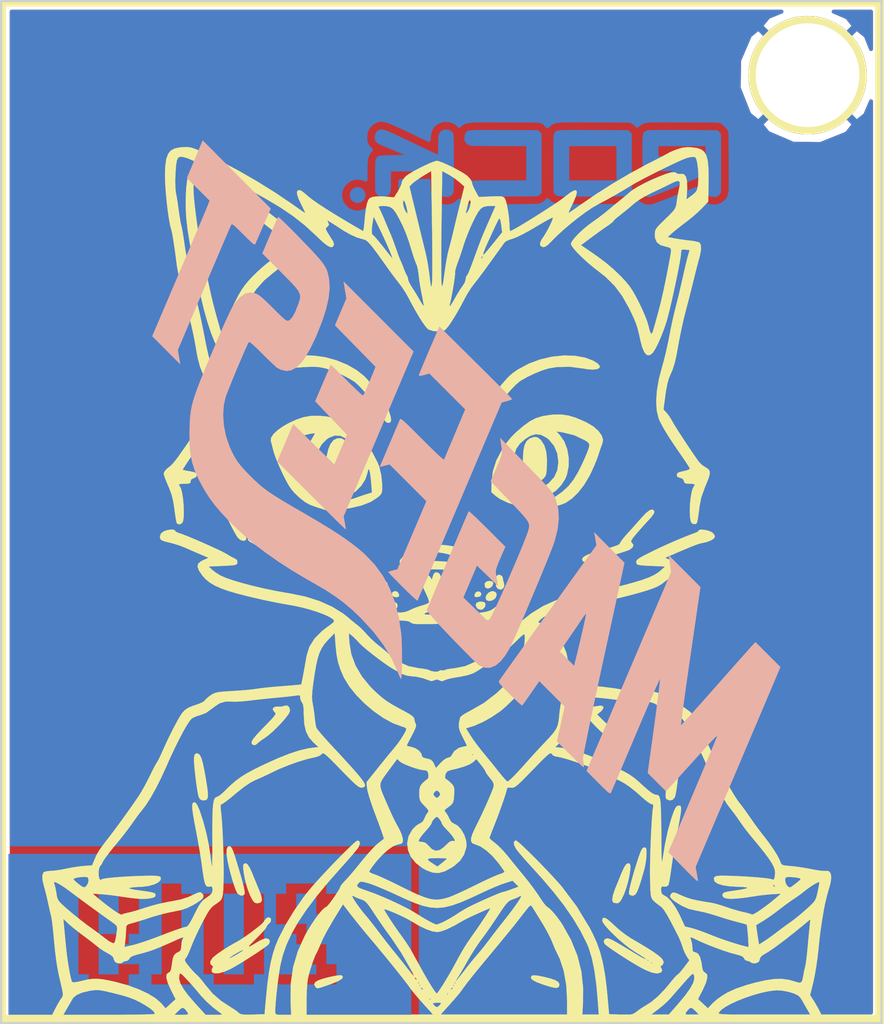
<source format=kicad_pcb>
(kicad_pcb (version 4) (host pcbnew 4.0.2+dfsg1-stable)
  (layers (0 F.Cu signal hide) (31 B.Cu signal) (34 B.Paste user) (35 F.Paste user) (36 B.SilkS user) (37 F.SilkS user) (38 B.Mask user) (39 F.Mask user) (44 Edge.Cuts user))
  (net 0 "")
  (net 1 GND)
  (module sunny:sunny (layer F.Cu) (at 101.7 66.32)
    (fp_text reference G*** hide)
    (fp_text value LOGO hide)
  )
  (module sunny:magfest_shine-ss (layer B.Cu) (at 101.43 67.48 135)
    (fp_text reference G*** hide)
    (fp_text value LOGO hide)
  )
  (module 632HOLE (layer F.Cu) (at 126.5 37)
    (fp_text reference P1 (at 0 -2.30124) (layer F.SilkS) (effects (font (size 0.762 0.762) (thickness 0.1905))))
    (fp_text value CONN_01X01 hide)
    (pad 1 thru_hole circle (at 0 0) (size 8 8) (drill 7) (layers *.Cu *.Mask F.SilkS) (net 1 GND))
  )
  (module sunny:rock (layer B.Cu) (at 108.18 43.02 180)
    (fp_text reference G*** hide)
    (fp_text value LOGO hide)
    (fp_poly (pts (xy 12.248725 -1.565421) (xy 12.389298 -1.638689) (xy 12.517243 -1.773338) (xy 12.54902 -1.817622) (xy 12.613582 -1.970883) (xy 12.618465 -2.138517) (xy 12.56909 -2.302838) (xy 12.470883 -2.446158) (xy 12.329269 -2.550787) (xy 12.323303 -2.553669) (xy 12.13967 -2.606577) (xy 11.961057 -2.593814) (xy 11.844068 -2.543957) (xy 11.687047 -2.412893) (xy 11.590105 -2.255684) (xy 11.554339 -2.084771) (xy 11.580849 -1.912596) (xy 11.670734 -1.7516) (xy 11.765739 -1.657162) (xy 11.878804 -1.582171) (xy 11.994628 -1.549913) (xy 12.080511 -1.544791) (xy 12.248725 -1.565421)) (layer B.Cu) (width 0.01))
    (fp_poly (pts (xy -8.370256 2.317148) (xy -8.132121 2.315782) (xy -7.939345 2.313334) (xy -7.786486 2.309691) (xy -7.668101 2.304743) (xy -7.57875 2.29838) (xy -7.512989 2.29049) (xy -7.465377 2.280964) (xy -7.430471 2.269689) (xy -7.416883 2.263743) (xy -7.348637 2.228725) (xy -7.294054 2.190051) (xy -7.25161 2.139693) (xy -7.219783 2.06962) (xy -7.197049 1.971801) (xy -7.181884 1.838208) (xy -7.172767 1.660811) (xy -7.168172 1.431579) (xy -7.166578 1.142482) (xy -7.166428 0.943429) (xy -7.166836 0.637295) (xy -7.16838 0.395033) (xy -7.171545 0.207943) (xy -7.176811 0.067329) (xy -7.184663 -0.035508) (xy -7.195582 -0.109265) (xy -7.210052 -0.16264) (xy -7.228555 -0.20433) (xy -7.230304 -0.207567) (xy -7.266586 -0.268977) (xy -7.306344 -0.317149) (xy -7.358505 -0.353913) (xy -7.431995 -0.381094) (xy -7.535739 -0.40052) (xy -7.678664 -0.414018) (xy -7.869696 -0.423417) (xy -8.117761 -0.430543) (xy -8.343335 -0.435428) (xy -9.229956 -0.453571) (xy -8.280666 -0.831718) (xy -7.982273 -0.951531) (xy -7.743959 -1.050121) (xy -7.557885 -1.131827) (xy -7.416211 -1.200991) (xy -7.311097 -1.261953) (xy -7.234702 -1.319052) (xy -7.179186 -1.37663) (xy -7.13671 -1.439027) (xy -7.116433 -1.476257) (xy -7.072062 -1.634908) (xy -7.088381 -1.798347) (xy -7.156079 -1.952218) (xy -7.265847 -2.08216) (xy -7.408374 -2.173817) (xy -7.574351 -2.21283) (xy -7.594344 -2.213293) (xy -7.656629 -2.201995) (xy -7.770406 -2.167462) (xy -7.937918 -2.108841) (xy -8.161407 -2.02528) (xy -8.443117 -1.915927) (xy -8.785292 -1.779931) (xy -9.190174 -1.61644) (xy -9.517487 -1.482978) (xy -9.859161 -1.343353) (xy -10.181743 -1.211826) (xy -10.478775 -1.091008) (xy -10.743799 -0.983514) (xy -10.970355 -0.891957) (xy -11.151985 -0.818949) (xy -11.282231 -0.767103) (xy -11.354633 -0.739034) (xy -11.3665 -0.734889) (xy -11.39104 -0.733298) (xy -11.408324 -0.751293) (xy -11.419608 -0.799201) (xy -11.426151 -0.887349) (xy -11.429211 -1.026065) (xy -11.430045 -1.225675) (xy -11.430056 -1.256696) (xy -11.433201 -1.508807) (xy -11.444656 -1.700502) (xy -11.46754 -1.84375) (xy -11.504975 -1.950523) (xy -11.56008 -2.032789) (xy -11.635976 -2.102519) (xy -11.654082 -2.11613) (xy -11.788963 -2.177779) (xy -11.955739 -2.202553) (xy -12.122619 -2.188371) (xy -12.223877 -2.153439) (xy -12.327575 -2.079347) (xy -12.411459 -1.985073) (xy -12.414757 -1.979852) (xy -12.42962 -1.952737) (xy -12.442108 -1.919809) (xy -12.452392 -1.875055) (xy -12.460641 -1.812463) (xy -12.467026 -1.726019) (xy -12.471717 -1.60971) (xy -12.474884 -1.457524) (xy -12.476698 -1.263448) (xy -12.477328 -1.021469) (xy -12.476945 -0.725574) (xy -12.475719 -0.369749) (xy -12.47382 0.052017) (xy -12.473595 0.099108) (xy -12.468145 1.233715) (xy -11.43 1.233715) (xy -11.43 0.544286) (xy -8.236857 0.544286) (xy -8.236857 1.233715) (xy -11.43 1.233715) (xy -12.468145 1.233715) (xy -12.464142 2.066931) (xy -12.22692 2.304143) (xy -9.885228 2.313993) (xy -9.411236 2.315853) (xy -9.004371 2.317072) (xy -8.659192 2.317541) (xy -8.370256 2.317148)) (layer B.Cu) (width 0.01))
    (fp_poly (pts (xy 10.530756 2.356404) (xy 10.589174 2.342513) (xy 10.642191 2.318019) (xy 10.69526 2.284819) (xy 10.703757 2.279072) (xy 10.817886 2.181841) (xy 10.885895 2.067441) (xy 10.916874 1.915888) (xy 10.921465 1.800428) (xy 10.918396 1.707209) (xy 10.904224 1.627687) (xy 10.872268 1.557172) (xy 10.815847 1.490975) (xy 10.728278 1.424408) (xy 10.602881 1.352783) (xy 10.432973 1.271409) (xy 10.211874 1.175599) (xy 9.932902 1.060663) (xy 9.777799 0.997857) (xy 8.879071 0.635) (xy 9.746321 0.616857) (xy 10.025247 0.610454) (xy 10.241008 0.603824) (xy 10.403008 0.596152) (xy 10.520653 0.586626) (xy 10.603347 0.574429) (xy 10.660494 0.558749) (xy 10.701499 0.53877) (xy 10.709688 0.533446) (xy 10.762843 0.493329) (xy 10.805339 0.447532) (xy 10.838361 0.387932) (xy 10.863092 0.30641) (xy 10.880717 0.194844) (xy 10.892419 0.045115) (xy 10.899383 -0.150897) (xy 10.902791 -0.401315) (xy 10.90383 -0.714257) (xy 10.903857 -0.798285) (xy 10.90358 -1.1012) (xy 10.902379 -1.340374) (xy 10.899699 -1.524634) (xy 10.894988 -1.662811) (xy 10.887692 -1.763731) (xy 10.877257 -1.836225) (xy 10.863129 -1.889122) (xy 10.844754 -1.931249) (xy 10.831286 -1.955324) (xy 10.714665 -2.086865) (xy 10.558804 -2.172199) (xy 10.383136 -2.207288) (xy 10.20709 -2.188092) (xy 10.057512 -2.11613) (xy 9.983756 -2.055117) (xy 9.928002 -1.987411) (xy 9.887799 -1.902271) (xy 9.860698 -1.788958) (xy 9.84425 -1.636735) (xy 9.836005 -1.43486) (xy 9.833514 -1.172596) (xy 9.833485 -1.133928) (xy 9.833429 -0.471714) (xy 6.640286 -0.471714) (xy 6.64023 -1.133928) (xy 6.638301 -1.404739) (xy 6.630933 -1.613778) (xy 6.615677 -1.771786) (xy 6.590084 -1.889502) (xy 6.551704 -1.977663) (xy 6.498087 -2.047011) (xy 6.426784 -2.108282) (xy 6.416203 -2.11613) (xy 6.281323 -2.177779) (xy 6.114547 -2.202553) (xy 5.947666 -2.188371) (xy 5.846409 -2.153439) (xy 5.742902 -2.07939) (xy 5.659374 -1.985159) (xy 5.656045 -1.979852) (xy 5.641176 -1.952195) (xy 5.62865 -1.918015) (xy 5.618267 -1.871258) (xy 5.609827 -1.805869) (xy 5.603131 -1.715796) (xy 5.597977 -1.594983) (xy 5.594167 -1.437378) (xy 5.591501 -1.236925) (xy 5.589778 -0.987572) (xy 5.588799 -0.683263) (xy 5.588364 -0.317946) (xy 5.588272 0.072572) (xy 5.588383 0.498573) (xy 5.588853 0.85806) (xy 5.58988 1.157091) (xy 5.591668 1.401722) (xy 5.594416 1.598012) (xy 5.598326 1.752017) (xy 5.603599 1.869794) (xy 5.610436 1.957403) (xy 5.619038 2.020898) (xy 5.629606 2.066339) (xy 5.642341 2.099782) (xy 5.656424 2.125619) (xy 5.76861 2.244879) (xy 5.921503 2.321332) (xy 6.094744 2.351377) (xy 6.26797 2.331415) (xy 6.417646 2.260197) (xy 6.491807 2.198496) (xy 6.547654 2.129451) (xy 6.587703 2.042178) (xy 6.61447 1.925794) (xy 6.630469 1.769415) (xy 6.638217 1.562158) (xy 6.64023 1.297215) (xy 6.641495 1.090107) (xy 6.644975 0.910656) (xy 6.650248 0.770392) (xy 6.656896 0.680844) (xy 6.66367 0.653143) (xy 6.699918 0.668333) (xy 6.795547 0.711995) (xy 6.944481 0.781267) (xy 7.140643 0.873286) (xy 7.377957 0.98519) (xy 7.650344 1.114117) (xy 7.95173 1.257204) (xy 8.276037 1.411589) (xy 8.449816 1.494476) (xy 8.86217 1.691029) (xy 9.21459 1.857995) (xy 9.512532 1.997273) (xy 9.761446 2.110761) (xy 9.966788 2.200358) (xy 10.134009 2.267961) (xy 10.268563 2.315469) (xy 10.375904 2.34478) (xy 10.461483 2.357792) (xy 10.530756 2.356404)) (layer B.Cu) (width 0.01))
    (fp_poly (pts (xy -2.289587 2.316912) (xy -2.037934 2.314018) (xy -1.832609 2.308821) (xy -1.66836 2.300895) (xy -1.53994 2.289815) (xy -1.442099 2.275153) (xy -1.369588 2.256484) (xy -1.317159 2.233382) (xy -1.279562 2.205419) (xy -1.251548 2.172171) (xy -1.227869 2.133211) (xy -1.20891 2.098359) (xy -1.194298 2.067667) (xy -1.18201 2.029557) (xy -1.171846 1.977891) (xy -1.163607 1.906529) (xy -1.157093 1.809332) (xy -1.152104 1.680161) (xy -1.148441 1.512878) (xy -1.145903 1.301343) (xy -1.144291 1.039417) (xy -1.143405 0.720962) (xy -1.143046 0.339837) (xy -1.143 0.072572) (xy -1.143135 -0.350005) (xy -1.143674 -0.70615) (xy -1.144818 -1.002002) (xy -1.146764 -1.243699) (xy -1.149714 -1.437382) (xy -1.153867 -1.589188) (xy -1.159422 -1.705257) (xy -1.16658 -1.791728) (xy -1.17554 -1.854741) (xy -1.186502 -1.900433) (xy -1.199666 -1.934944) (xy -1.20891 -1.953215) (xy -1.232921 -1.996902) (xy -1.257329 -2.034506) (xy -1.287433 -2.066477) (xy -1.328534 -2.093265) (xy -1.385931 -2.115321) (xy -1.464926 -2.133094) (xy -1.570818 -2.147036) (xy -1.708907 -2.157596) (xy -1.884495 -2.165225) (xy -2.10288 -2.170373) (xy -2.369364 -2.173489) (xy -2.689246 -2.175025) (xy -3.067826 -2.17543) (xy -3.510406 -2.175156) (xy -3.817906 -2.174842) (xy -4.22124 -2.173975) (xy -4.604277 -2.172256) (xy -4.960648 -2.169771) (xy -5.283989 -2.166608) (xy -5.567931 -2.162853) (xy -5.806108 -2.158593) (xy -5.992154 -2.153915) (xy -6.119701 -2.148906) (xy -6.182383 -2.143653) (xy -6.186714 -2.142525) (xy -6.260725 -2.095672) (xy -6.343298 -2.021989) (xy -6.35 -2.014902) (xy -6.440714 -1.917296) (xy -6.440714 1.233715) (xy -5.406571 1.233715) (xy -5.406571 -1.088571) (xy -2.213428 -1.088571) (xy -2.213428 1.233715) (xy -5.406571 1.233715) (xy -6.440714 1.233715) (xy -6.440714 2.06689) (xy -6.322103 2.185517) (xy -6.203491 2.304143) (xy -3.864437 2.313991) (xy -3.37499 2.316044) (xy -2.952866 2.317499) (xy -2.592814 2.317931) (xy -2.289587 2.316912)) (layer B.Cu) (width 0.01))
    (fp_poly (pts (xy 3.728341 2.3168) (xy 3.974825 2.313725) (xy 4.175473 2.308256) (xy 4.335629 2.29995) (xy 4.460642 2.288363) (xy 4.555858 2.273053) (xy 4.626623 2.253577) (xy 4.678284 2.229492) (xy 4.716189 2.200355) (xy 4.745684 2.165723) (xy 4.772115 2.125153) (xy 4.788784 2.097684) (xy 4.844211 1.957911) (xy 4.862144 1.773573) (xy 4.86215 1.770192) (xy 4.856532 1.640266) (xy 4.832359 1.550528) (xy 4.778969 1.469022) (xy 4.750444 1.43543) (xy 4.646871 1.344179) (xy 4.531151 1.279689) (xy 4.505515 1.271084) (xy 4.436813 1.262367) (xy 4.299714 1.254664) (xy 4.098384 1.248053) (xy 3.836991 1.242611) (xy 3.519704 1.238419) (xy 3.150689 1.235554) (xy 2.734114 1.234094) (xy 2.530929 1.233917) (xy 0.689429 1.233715) (xy 0.689429 -1.088571) (xy 2.530929 -1.088773) (xy 2.967672 -1.089571) (xy 3.358742 -1.091809) (xy 3.699973 -1.09541) (xy 3.987195 -1.100295) (xy 4.216243 -1.106386) (xy 4.382947 -1.113605) (xy 4.483142 -1.121872) (xy 4.505515 -1.125941) (xy 4.617918 -1.179608) (xy 4.728298 -1.26683) (xy 4.750444 -1.290286) (xy 4.817007 -1.376672) (xy 4.850501 -1.459751) (xy 4.86159 -1.571477) (xy 4.86215 -1.625048) (xy 4.844775 -1.810249) (xy 4.789976 -1.950574) (xy 4.788784 -1.95254) (xy 4.761566 -1.996844) (xy 4.734331 -2.034905) (xy 4.701677 -2.067192) (xy 4.658205 -2.094172) (xy 4.598514 -2.116313) (xy 4.517203 -2.134083) (xy 4.408873 -2.147952) (xy 4.268123 -2.158385) (xy 4.089553 -2.165852) (xy 3.867762 -2.170821) (xy 3.597349 -2.173759) (xy 3.272915 -2.175134) (xy 2.889059 -2.175415) (xy 2.44038 -2.17507) (xy 2.223666 -2.174842) (xy 1.825188 -2.173959) (xy 1.447038 -2.172204) (xy 1.095665 -2.169667) (xy 0.77752 -2.166438) (xy 0.499053 -2.162607) (xy 0.266713 -2.158265) (xy 0.086951 -2.153501) (xy -0.033784 -2.148405) (xy -0.089041 -2.143067) (xy -0.090714 -2.142525) (xy -0.164725 -2.095672) (xy -0.247298 -2.021989) (xy -0.254 -2.014902) (xy -0.344714 -1.917296) (xy -0.344714 2.06689) (xy -0.226103 2.185517) (xy -0.107493 2.304143) (xy 2.177093 2.314008) (xy 2.660395 2.316083) (xy 3.076472 2.317536) (xy 3.430672 2.317922) (xy 3.728341 2.3168)) (layer B.Cu) (width 0.01))
  )
  (module sunny:2019 (layer B.Cu) (at 86.47 94.72 180)
    (fp_text reference G*** hide)
    (fp_text value LOGO hide)
  )
  (module sunny:magfest_shine-sm (layer B.Cu) (at 101.44 67.5 135)
    (fp_text reference G*** hide)
    (fp_text value LOGO hide)
  )
  (module sunny:2019_sm (layer B.Cu) (at 86.11 95.02 180)
    (fp_text reference G*** hide)
    (fp_text value LOGO hide)
    (fp_poly (pts (xy 13.607143 -5.442857) (xy -13.607142 -5.442857) (xy -13.607142 2.757715) (xy -8.563428 2.757715) (xy -8.563428 1.378858) (xy -7.184571 1.378858) (xy -7.184571 2.757715) (xy -5.842 2.757715) (xy -5.842 0.725715) (xy -6.531428 0.725715) (xy -6.531428 0.036286) (xy -7.220857 0.036286) (xy -7.220857 -0.653142) (xy -7.874 -0.653142) (xy -7.874 -1.995714) (xy -8.563428 -1.995714) (xy -8.563428 -3.374571) (xy -4.463142 -3.374571) (xy -4.463142 -2.685142) (xy -7.184571 -2.685142) (xy -7.184571 -2.032) (xy -6.531428 -2.032) (xy -6.531428 -0.653142) (xy -5.842 -0.653142) (xy -5.842 0.036286) (xy -5.152571 0.036286) (xy -5.152571 0.689429) (xy -4.463142 0.689429) (xy -4.463142 2.757715) (xy -3.664857 2.757715) (xy -3.664857 -2.685142) (xy -2.975428 -2.685142) (xy -2.975428 -3.374571) (xy -0.254 -3.374571) (xy -0.254 -2.685142) (xy 0.435429 -2.685142) (xy 0.435429 2.757715) (xy 1.233715 2.757715) (xy 1.233715 2.068286) (xy 1.923143 2.068286) (xy 1.923143 -2.685142) (xy 1.233715 -2.685142) (xy 1.233715 -3.374571) (xy 3.955143 -3.374571) (xy 3.955143 -2.685142) (xy 3.265715 -2.685142) (xy 3.265715 2.757715) (xy 4.789715 2.757715) (xy 4.789715 0.036286) (xy 5.479143 0.036286) (xy 5.479143 -0.653142) (xy 7.511143 -0.653142) (xy 7.511143 -2.685142) (xy 6.168572 -2.685142) (xy 6.168572 -1.995714) (xy 4.789715 -1.995714) (xy 4.789715 -2.685142) (xy 5.479143 -2.685142) (xy 5.479143 -3.374571) (xy 8.200572 -3.374571) (xy 8.200572 -2.685142) (xy 8.89 -2.685142) (xy 8.89 2.757715) (xy 8.200572 2.757715) (xy 8.200572 3.447143) (xy 5.479143 3.447143) (xy 5.479143 2.757715) (xy 4.789715 2.757715) (xy 3.265715 2.757715) (xy 3.265715 3.447143) (xy 1.923143 3.447143) (xy 1.923143 2.757715) (xy 1.233715 2.757715) (xy 0.435429 2.757715) (xy -0.254 2.757715) (xy -0.254 3.447143) (xy -2.975428 3.447143) (xy -2.975428 2.757715) (xy -3.664857 2.757715) (xy -4.463142 2.757715) (xy -5.152571 2.757715) (xy -5.152571 3.447143) (xy -7.874 3.447143) (xy -7.874 2.757715) (xy -8.563428 2.757715) (xy -13.607142 2.757715) (xy -13.607142 5.442857) (xy 13.607143 5.442857) (xy 13.607143 -5.442857)) (layer B.Cu) (width 0.01))
    (fp_poly (pts (xy -0.943428 -2.685142) (xy -2.286 -2.685142) (xy -2.286 2.757715) (xy -0.943428 2.757715) (xy -0.943428 -2.685142)) (layer B.Cu) (width 0.01))
    (fp_poly (pts (xy 7.511143 0.036286) (xy 6.168572 0.036286) (xy 6.168572 2.757715) (xy 7.511143 2.757715) (xy 7.511143 0.036286)) (layer B.Cu) (width 0.01))
  )
  (gr_line (start 72 101) (end 72 32) (layer Edge.Cuts) (width 0.15))
  (gr_line (start 131.5 101) (end 72 101) (layer Edge.Cuts) (width 0.15))
  (gr_line (start 131.5 32) (end 131.5 101) (layer Edge.Cuts) (width 0.15))
  (gr_line (start 72 32) (end 131.5 32) (layer Edge.Cuts) (width 0.15))
  (zone (net 1) (net_name GND) (layer F.Cu) (connect_pads (clearance 0.508)) (min_thickness 0.254) (fill yes (arc_segments 16) (thermal_gap 0.508) (thermal_bridge_width 0.508))
    (polygon (pts (xy 72 32.5) (xy 131.5 32) (xy 131.5 101) (xy 72 101) (xy 72 41.5)))
  )
  (zone (net 1) (net_name GND) (layer B.Cu) (connect_pads (clearance 0.508)) (min_thickness 0.254) (fill yes (arc_segments 16) (thermal_gap 0.508) (thermal_bridge_width 0.508))
    (polygon (pts (xy 72 32) (xy 131.5 32) (xy 131.5 101) (xy 72 101)))
  )
)
</source>
